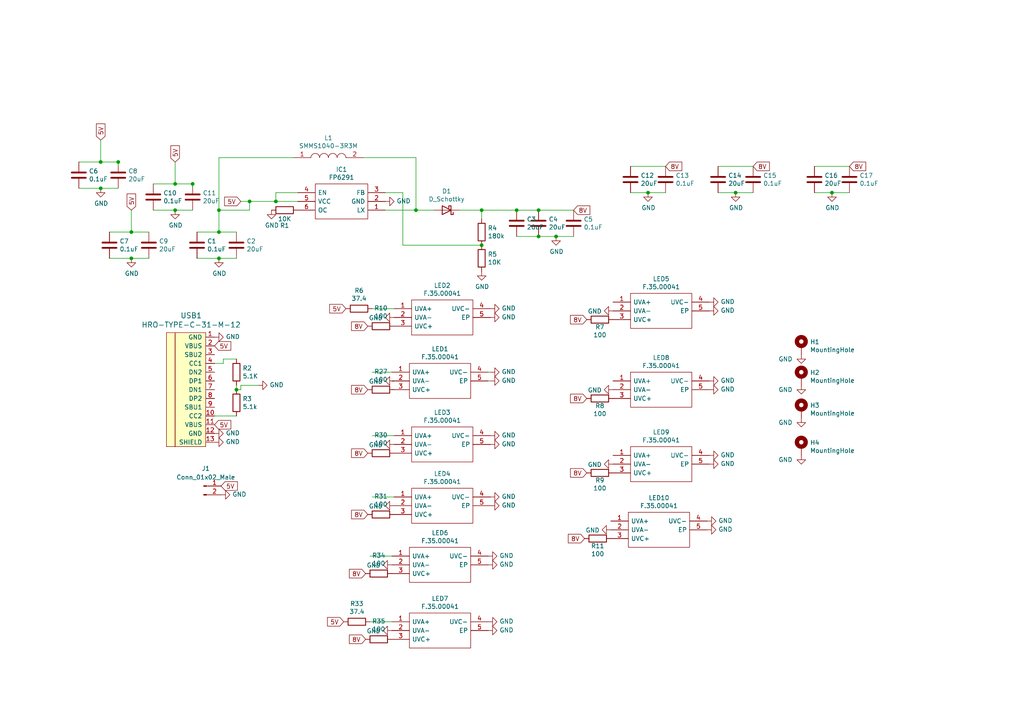
<source format=kicad_sch>
(kicad_sch (version 20211123) (generator eeschema)
  (paper "A4")
  (lib_symbols
    (symbol "Connector:Conn_01x02_Male" (pin_names (offset 1.016) hide)
      (property "Reference" "J" (at 0 2.54 0))
      (property "Value" "Conn_01x02_Male" (at 0 -5.08 0))
      (symbol "Conn_01x02_Male_1_1"
        (polyline (pts (xy 1.27 -2.54) (xy 0.8636 -2.54)) (stroke (width 0.1524)))
        (polyline (pts (xy 1.27 0) (xy 0.8636 0)) (stroke (width 0.1524)))
        (rectangle (start 0.8636 -2.413) (end 0 -2.667) (stroke (width 0.1524)) (fill (type outline)))
        (rectangle (start 0.8636 0.127) (end 0 -0.127) (stroke (width 0.1524)) (fill (type outline)))
        (pin passive line (at 5.08 0 180) (length 3.81) (name "Pin_1") (number "1"))
        (pin passive line (at 5.08 -2.54 180) (length 3.81) (name "Pin_2") (number "2"))
      )
    )
    (symbol "Device:C" (pin_numbers hide) (pin_names (offset 0.254))
      (property "Reference" "C" (at 0.635 2.54 0))
      (property "Value" "C" (at 0.635 -2.54 0))
      (symbol "C_0_1"
        (polyline (pts (xy -2.032 -0.762) (xy 2.032 -0.762)) (stroke (width 0.508)))
        (polyline (pts (xy -2.032 0.762) (xy 2.032 0.762)) (stroke (width 0.508)))
      )
      (symbol "C_1_1"
        (pin passive line (at 0 3.81 270) (length 2.794) (name "~") (number "1"))
        (pin passive line (at 0 -3.81 90) (length 2.794) (name "~") (number "2"))
      )
    )
    (symbol "Device:D_Schottky" (pin_numbers hide) (pin_names (offset 1.016) hide)
      (property "Reference" "D" (at 0 2.54 0))
      (property "Value" "D_Schottky" (at 0 -2.54 0))
      (symbol "D_Schottky_0_1"
        (polyline (pts (xy 1.27 0) (xy -1.27 0)))
        (polyline (pts (xy 1.27 1.27) (xy 1.27 -1.27) (xy -1.27 0) (xy 1.27 1.27)) (stroke (width 0.254)))
        (polyline (pts (xy -1.905 0.635) (xy -1.905 1.27) (xy -1.27 1.27) (xy -1.27 -1.27) (xy -0.635 -1.27) (xy -0.635 -0.635)) (stroke (width 0.254)))
      )
      (symbol "D_Schottky_1_1"
        (pin passive line (at -3.81 0 0) (length 2.54) (name "K") (number "1"))
        (pin passive line (at 3.81 0 180) (length 2.54) (name "A") (number "2"))
      )
    )
    (symbol "Device:R" (pin_numbers hide) (pin_names (offset 0))
      (property "Reference" "R" (at 2.032 0 90))
      (property "Value" "R" (at 0 0 90))
      (symbol "R_0_1"
        (rectangle (start -1.016 -2.54) (end 1.016 2.54) (stroke (width 0.254)))
      )
      (symbol "R_1_1"
        (pin passive line (at 0 3.81 270) (length 1.27) (name "~") (number "1"))
        (pin passive line (at 0 -3.81 90) (length 1.27) (name "~") (number "2"))
      )
    )
    (symbol "Mechanical:MountingHole_Pad" (pin_numbers hide) (pin_names (offset 1.016) hide)
      (property "Reference" "H" (at 0 6.35 0))
      (property "Value" "MountingHole_Pad" (at 0 4.445 0))
      (symbol "MountingHole_Pad_0_1"
        (circle (center 0 1.27) (radius 1.27) (stroke (width 1.27)))
      )
      (symbol "MountingHole_Pad_1_1"
        (pin input line (at 0 -2.54 90) (length 2.54) (name "1") (number "1"))
      )
    )
    (symbol "SamacSys_Parts:F.35.00041" (pin_names (offset 0.762))
      (property "Reference" "LED" (at 24.13 7.62 0))
      (property "Value" "F.35.00041" (at 24.13 5.08 0))
      (symbol "F.35.00041_0_0"
        (pin passive line (at 0 0 0) (length 5.08) (name "UVA+") (number "1"))
        (pin passive line (at 0 -2.54 0) (length 5.08) (name "UVA-") (number "2"))
        (pin passive line (at 0 -5.08 0) (length 5.08) (name "UVC+") (number "3"))
        (pin passive line (at 27.94 0 180) (length 5.08) (name "UVC-") (number "4"))
        (pin passive line (at 27.94 -2.54 180) (length 5.08) (name "EP") (number "5"))
      )
      (symbol "F.35.00041_0_1"
        (polyline (pts (xy 5.08 2.54) (xy 22.86 2.54) (xy 22.86 -7.62) (xy 5.08 -7.62) (xy 5.08 2.54)) (stroke (width 0.1524)))
      )
    )
    (symbol "Sterilization-stick-rescue:FP6291-SamacSys_Parts" (pin_names (offset 0.762))
      (property "Reference" "IC" (at 21.59 7.62 0))
      (property "Value" "FP6291-SamacSys_Parts" (at 21.59 5.08 0))
      (symbol "FP6291-SamacSys_Parts_0_0"
        (pin passive line (at 0 0 0) (length 5.08) (name "LX") (number "1"))
        (pin passive line (at 0 -2.54 0) (length 5.08) (name "GND") (number "2"))
        (pin passive line (at 0 -5.08 0) (length 5.08) (name "FB") (number "3"))
        (pin passive line (at 25.4 -5.08 180) (length 5.08) (name "EN") (number "4"))
        (pin passive line (at 25.4 -2.54 180) (length 5.08) (name "VCC") (number "5"))
        (pin passive line (at 25.4 0 180) (length 5.08) (name "OC") (number "6"))
      )
      (symbol "FP6291-SamacSys_Parts_0_1"
        (polyline (pts (xy 5.08 2.54) (xy 20.32 2.54) (xy 20.32 -7.62) (xy 5.08 -7.62) (xy 5.08 2.54)) (stroke (width 0.1524)))
      )
    )
    (symbol "Sterilization-stick-rescue:HRO-TYPE-C-31-M-12-Type-C" (pin_names (offset 1.016))
      (property "Reference" "USB" (at -5.08 16.51 0))
      (property "Value" "HRO-TYPE-C-31-M-12-Type-C" (at -10.16 -1.27 90))
      (symbol "HRO-TYPE-C-31-M-12-Type-C_0_1"
        (rectangle (start -11.43 15.24) (end -8.89 -17.78) (fill (type background)))
        (rectangle (start 0 -17.78) (end -8.89 15.24) (fill (type background)))
      )
      (symbol "HRO-TYPE-C-31-M-12-Type-C_1_1"
        (pin input line (at 2.54 13.97 180) (length 2.54) (name "GND") (number "1"))
        (pin input line (at 2.54 -8.89 180) (length 2.54) (name "CC2") (number "10"))
        (pin input line (at 2.54 -11.43 180) (length 2.54) (name "VBUS") (number "11"))
        (pin input line (at 2.54 -13.97 180) (length 2.54) (name "GND") (number "12"))
        (pin input line (at 2.54 -16.51 180) (length 2.54) (name "SHIELD") (number "13"))
        (pin input line (at 2.54 11.43 180) (length 2.54) (name "VBUS") (number "2"))
        (pin input line (at 2.54 8.89 180) (length 2.54) (name "SBU2") (number "3"))
        (pin input line (at 2.54 6.35 180) (length 2.54) (name "CC1") (number "4"))
        (pin input line (at 2.54 3.81 180) (length 2.54) (name "DN2") (number "5"))
        (pin input line (at 2.54 1.27 180) (length 2.54) (name "DP1") (number "6"))
        (pin input line (at 2.54 -1.27 180) (length 2.54) (name "DN1") (number "7"))
        (pin input line (at 2.54 -3.81 180) (length 2.54) (name "DP2") (number "8"))
        (pin input line (at 2.54 -6.35 180) (length 2.54) (name "SBU1") (number "9"))
      )
    )
    (symbol "Sterilization-stick-rescue:SMMS1040-3R3M-SamacSys_Parts" (pin_names (offset 0.762))
      (property "Reference" "L" (at 16.51 6.35 0))
      (property "Value" "SMMS1040-3R3M-SamacSys_Parts" (at 16.51 3.81 0))
      (symbol "SMMS1040-3R3M-SamacSys_Parts_0_0"
        (pin passive line (at 0 0 0) (length 5.08) (name "~") (number "1"))
        (pin passive line (at 20.32 0 180) (length 5.08) (name "~") (number "2"))
      )
      (symbol "SMMS1040-3R3M-SamacSys_Parts_0_1"
        (arc (start 7.62 0) (mid 6.35 1.2202) (end 5.08 0) (stroke (width 0.1524)))
        (arc (start 10.16 0) (mid 8.89 1.2202) (end 7.62 0) (stroke (width 0.1524)))
        (arc (start 12.7 0) (mid 11.43 1.2202) (end 10.16 0) (stroke (width 0.1524)))
        (arc (start 15.24 0) (mid 13.97 1.2202) (end 12.7 0) (stroke (width 0.1524)))
      )
    )
    (symbol "power:GND" (power) (pin_names (offset 0))
      (property "Value" "GND" (at 0 -3.81 0))
      (symbol "GND_0_1"
        (polyline (pts (xy 0 0) (xy 0 -1.27) (xy 1.27 -1.27) (xy 0 -2.54) (xy -1.27 -1.27) (xy 0 -1.27)))
      )
      (symbol "GND_1_1"
        (pin power_in line (at 0 0 270) (length 0) hide (name "GND") (number "1"))
      )
    )
  )
  (junction (at 63.5 74.93))
  (junction (at 29.21 46.99))
  (junction (at 139.7 60.96))
  (junction (at 34.29 46.99))
  (junction (at 120.65 60.96))
  (junction (at 241.3 55.88))
  (junction (at 187.96 55.88))
  (junction (at 38.1 74.93))
  (junction (at 55.88 53.34))
  (junction (at 80.01 58.42))
  (junction (at 149.86 60.96))
  (junction (at 161.29 68.58))
  (junction (at 68.58 113.03))
  (junction (at 63.5 67.31))
  (junction (at 139.7 71.12))
  (junction (at 213.36 55.88))
  (junction (at 72.39 58.42))
  (junction (at 50.8 60.96))
  (junction (at 63.5 60.96))
  (junction (at 156.21 68.58))
  (junction (at 156.21 60.96))
  (junction (at 38.1 67.31))
  (junction (at 29.21 54.61))
  (junction (at 50.8 53.34))
  (wire (pts (xy 139.7 60.96) (xy 149.86 60.96)))
  (wire (pts (xy 208.28 55.88) (xy 213.36 55.88)))
  (wire (pts (xy 139.7 71.12) (xy 116.84 71.12)))
  (wire (pts (xy 161.29 68.58) (xy 166.37 68.58)))
  (wire (pts (xy 120.65 60.96) (xy 111.76 60.96)))
  (wire (pts (xy 50.8 53.34) (xy 55.88 53.34)))
  (wire (pts (xy 64.77 105.41) (xy 62.23 105.41)))
  (wire (pts (xy 22.86 46.99) (xy 29.21 46.99)))
  (wire (pts (xy 68.58 111.76) (xy 68.58 113.03)))
  (wire (pts (xy 182.88 55.88) (xy 187.96 55.88)))
  (wire (pts (xy 63.5 60.96) (xy 72.39 60.96)))
  (wire (pts (xy 80.01 58.42) (xy 80.01 55.88)))
  (wire (pts (xy 116.84 71.12) (xy 116.84 55.88)))
  (wire (pts (xy 63.5 74.93) (xy 57.15 74.93)))
  (wire (pts (xy 72.39 58.42) (xy 69.85 58.42)))
  (wire (pts (xy 34.29 54.61) (xy 29.21 54.61)))
  (wire (pts (xy 68.58 74.93) (xy 63.5 74.93)))
  (wire (pts (xy 139.7 60.96) (xy 133.35 60.96)))
  (wire (pts (xy 141.605 107.95) (xy 142.24 107.95)))
  (wire (pts (xy 38.1 74.93) (xy 31.75 74.93)))
  (wire (pts (xy 34.29 48.26) (xy 34.29 46.99)))
  (wire (pts (xy 105.41 45.72) (xy 120.65 45.72)))
  (wire (pts (xy 125.73 60.96) (xy 120.65 60.96)))
  (wire (pts (xy 69.85 111.76) (xy 69.85 113.03)))
  (wire (pts (xy 63.5 67.31) (xy 68.58 67.31)))
  (wire (pts (xy 63.5 45.72) (xy 63.5 60.96)))
  (wire (pts (xy 38.1 60.96) (xy 38.1 67.31)))
  (wire (pts (xy 116.84 55.88) (xy 111.76 55.88)))
  (wire (pts (xy 29.21 54.61) (xy 22.86 54.61)))
  (wire (pts (xy 107.315 161.29) (xy 113.665 161.29)))
  (wire (pts (xy 44.45 53.34) (xy 50.8 53.34)))
  (wire (pts (xy 141.605 110.49) (xy 142.24 110.49)))
  (wire (pts (xy 50.8 60.96) (xy 44.45 60.96)))
  (wire (pts (xy 187.96 55.88) (xy 193.04 55.88)))
  (wire (pts (xy 69.85 113.03) (xy 68.58 113.03)))
  (wire (pts (xy 139.7 63.5) (xy 139.7 60.96)))
  (wire (pts (xy 236.22 55.88) (xy 241.3 55.88)))
  (wire (pts (xy 29.21 46.99) (xy 34.29 46.99)))
  (wire (pts (xy 86.36 58.42) (xy 80.01 58.42)))
  (wire (pts (xy 86.36 55.88) (xy 80.01 55.88)))
  (wire (pts (xy 236.22 48.26) (xy 246.38 48.26)))
  (wire (pts (xy 208.28 48.26) (xy 218.44 48.26)))
  (wire (pts (xy 241.3 55.88) (xy 246.38 55.88)))
  (wire (pts (xy 63.5 60.96) (xy 63.5 67.31)))
  (wire (pts (xy 55.88 54.61) (xy 55.88 53.34)))
  (wire (pts (xy 38.1 67.31) (xy 43.18 67.31)))
  (wire (pts (xy 107.95 89.535) (xy 114.3 89.535)))
  (wire (pts (xy 43.18 74.93) (xy 38.1 74.93)))
  (wire (pts (xy 64.77 104.14) (xy 64.77 105.41)))
  (wire (pts (xy 50.8 46.99) (xy 50.8 53.34)))
  (wire (pts (xy 156.21 68.58) (xy 161.29 68.58)))
  (wire (pts (xy 85.09 45.72) (xy 63.5 45.72)))
  (wire (pts (xy 68.58 104.14) (xy 64.77 104.14)))
  (wire (pts (xy 57.15 67.31) (xy 63.5 67.31)))
  (wire (pts (xy 113.665 113.03) (xy 114.3 113.03)))
  (wire (pts (xy 55.88 60.96) (xy 50.8 60.96)))
  (wire (pts (xy 113.665 110.49) (xy 114.3 110.49)))
  (wire (pts (xy 31.75 67.31) (xy 38.1 67.31)))
  (wire (pts (xy 107.95 126.365) (xy 114.3 126.365)))
  (wire (pts (xy 107.95 107.95) (xy 113.665 107.95)))
  (wire (pts (xy 149.86 60.96) (xy 156.21 60.96)))
  (wire (pts (xy 80.01 58.42) (xy 72.39 58.42)))
  (wire (pts (xy 149.86 68.58) (xy 156.21 68.58)))
  (wire (pts (xy 213.36 55.88) (xy 218.44 55.88)))
  (wire (pts (xy 68.58 120.65) (xy 62.23 120.65)))
  (wire (pts (xy 107.95 144.145) (xy 114.3 144.145)))
  (wire (pts (xy 156.21 60.96) (xy 166.37 60.96)))
  (wire (pts (xy 107.315 180.34) (xy 113.665 180.34)))
  (wire (pts (xy 29.21 40.64) (xy 29.21 46.99)))
  (wire (pts (xy 182.88 48.26) (xy 193.04 48.26)))
  (wire (pts (xy 74.93 111.76) (xy 69.85 111.76)))
  (wire (pts (xy 120.65 45.72) (xy 120.65 60.96)))
  (wire (pts (xy 72.39 60.96) (xy 72.39 58.42)))
  (global_label "8V" (shape input) (at 166.37 60.96 0) (property "Intersheet References" "${INTERSHEET_REFS}" (effects hide)))
  (global_label "8V" (shape input) (at 170.18 137.16 180) (property "Intersheet References" "${INTERSHEET_REFS}" (effects hide)))
  (global_label "8V" (shape input) (at 169.545 156.21 180) (property "Intersheet References" "${INTERSHEET_REFS}" (effects hide)))
  (global_label "8V" (shape input) (at 193.04 48.26 0) (property "Intersheet References" "${INTERSHEET_REFS}" (effects hide)))
  (global_label "8V" (shape input) (at 106.68 149.225 180) (property "Intersheet References" "${INTERSHEET_REFS}" (effects hide)))
  (global_label "8V" (shape input) (at 106.045 185.42 180) (property "Intersheet References" "${INTERSHEET_REFS}" (effects hide)))
  (global_label "5V" (shape input) (at 64.135 140.97 0) (property "Intersheet References" "${INTERSHEET_REFS}" (effects hide)))
  (global_label "8V" (shape input) (at 170.18 115.57 180) (property "Intersheet References" "${INTERSHEET_REFS}" (effects hide)))
  (global_label "8V" (shape input) (at 106.68 113.03 180) (property "Intersheet References" "${INTERSHEET_REFS}" (effects hide)))
  (global_label "5V" (shape input) (at 99.695 180.34 180) (property "Intersheet References" "${INTERSHEET_REFS}" (effects hide)))
  (global_label "8V" (shape input) (at 106.68 94.615 180) (property "Intersheet References" "${INTERSHEET_REFS}" (effects hide)))
  (global_label "5V" (shape input) (at 38.1 60.96 90) (property "Intersheet References" "${INTERSHEET_REFS}" (effects hide)))
  (global_label "8V" (shape input) (at 218.44 48.26 0) (property "Intersheet References" "${INTERSHEET_REFS}" (effects hide)))
  (global_label "5V" (shape input) (at 69.85 58.42 180) (property "Intersheet References" "${INTERSHEET_REFS}" (effects hide)))
  (global_label "5V" (shape input) (at 62.23 123.19 0) (property "Intersheet References" "${INTERSHEET_REFS}" (effects hide)))
  (global_label "5V" (shape input) (at 62.23 100.33 0) (property "Intersheet References" "${INTERSHEET_REFS}" (effects hide)))
  (global_label "8V" (shape input) (at 246.38 48.26 0) (property "Intersheet References" "${INTERSHEET_REFS}" (effects hide)))
  (global_label "8V" (shape input) (at 170.18 92.71 180) (property "Intersheet References" "${INTERSHEET_REFS}" (effects hide)))
  (global_label "5V" (shape input) (at 100.33 89.535 180) (property "Intersheet References" "${INTERSHEET_REFS}" (effects hide)))
  (global_label "8V" (shape input) (at 106.68 131.445 180) (property "Intersheet References" "${INTERSHEET_REFS}" (effects hide)))
  (global_label "5V" (shape input) (at 29.21 40.64 90) (property "Intersheet References" "${INTERSHEET_REFS}" (effects hide)))
  (global_label "5V" (shape input) (at 50.8 46.99 90) (property "Intersheet References" "${INTERSHEET_REFS}" (effects hide)))
  (global_label "8V" (shape input) (at 106.045 166.37 180) (property "Intersheet References" "${INTERSHEET_REFS}" (effects hide)))
  (symbol (lib_id "Sterilization-stick-rescue:HRO-TYPE-C-31-M-12-Type-C") (at 59.69 111.76 0) (unit 1)
    (property "Reference" "USB1" (at 55.4482 91.5162 0) (effects (font (size 1.524 1.524))))
    (property "Value" "HRO-TYPE-C-31-M-12" (at 55.4482 94.2086 0) (effects (font (size 1.524 1.524))))
    (property "Footprint" "Type-C:HRO-TYPE-C-31-M-12-HandSoldering" (effects hide))
  )
  (symbol (lib_id "Sterilization-stick-rescue:FP6291-SamacSys_Parts") (at 111.76 60.96 180) (unit 1)
    (property "Reference" "IC1" (at 99.06 49.149 0))
    (property "Value" "FP6291" (at 99.06 51.4604 0))
    (property "Footprint" "SOT95P280X145-6N" (effects hide))
    (property "Datasheet" "https://www.sunrom.com/get/212221" (effects hide))
    (property "Description" "sot23-6l" (effects hide))
    (property "Height" "1.45" (effects hide))
    (property "Manufacturer_Name" "Macroblock" (effects hide))
    (property "Manufacturer_Part_Number" "FP6291" (effects hide))
    (property "LCSC Part" "C18701" (effects hide))
  )
  (symbol (lib_id "Device:C") (at 68.58 71.12 0) (unit 1)
    (property "Reference" "C2" (at 71.501 69.9516 0) (effects (justify left)))
    (property "Value" "20uF" (at 71.501 72.263 0) (effects (justify left)))
    (property "Footprint" "Capacitor_SMD:C_0805_2012Metric_Pad1.15x1.40mm_HandSolder" (effects hide))
    (property "LCSC Part" "C45783" (effects hide))
  )
  (symbol (lib_id "Device:C") (at 57.15 71.12 0) (unit 1)
    (property "Reference" "C1" (at 60.071 69.9516 0) (effects (justify left)))
    (property "Value" "0.1uF" (at 60.071 72.263 0) (effects (justify left)))
    (property "Footprint" "Capacitor_SMD:C_0603_1608Metric" (effects hide))
    (property "LCSC Part" " C14663" (effects hide))
  )
  (symbol (lib_id "Device:R") (at 82.55 60.96 270) (unit 1)
    (property "Reference" "R1" (at 82.55 65.405 90))
    (property "Value" "10K" (at 82.55 63.5 90))
    (property "Footprint" "Resistor_SMD:R_0402_1005Metric" (effects hide))
    (property "LCSC Part" " C25744" (effects hide))
  )
  (symbol (lib_id "power:GND") (at 78.74 60.96 0) (unit 1)
    (property "Reference" "#PWR0101" (effects hide))
    (property "Value" "GND" (at 78.867 65.3542 0))
  )
  (symbol (lib_id "power:GND") (at 63.5 74.93 0) (unit 1)
    (property "Reference" "#PWR0102" (effects hide))
    (property "Value" "GND" (at 63.627 79.3242 0))
  )
  (symbol (lib_id "Sterilization-stick-rescue:SMMS1040-3R3M-SamacSys_Parts") (at 85.09 45.72 0) (unit 1)
    (property "Reference" "L1" (at 95.25 40.005 0))
    (property "Value" "SMMS1040-3R3M" (at 95.25 42.3164 0))
    (property "Footprint" "INDPM115100X400N" (effects hide))
    (property "Datasheet" "https://datasheet.lcsc.com/szlcsc/1810010909_SXN-Shun-Xiang-Nuo-Elec-SMMS1040-3R3M_C149592.pdf" (effects hide))
    (property "Description" "MOLDING POWER INDUCTOR" (effects hide))
    (property "Height" "4" (effects hide))
    (property "Manufacturer_Name" "SXN(Shun Xiang Nuo Elec)" (effects hide))
    (property "Manufacturer_Part_Number" "SMMS1040-3R3M" (effects hide))
    (property "LCSC Part" " C149592" (effects hide))
  )
  (symbol (lib_id "power:GND") (at 111.76 58.42 90) (unit 1)
    (property "Reference" "#PWR0103" (effects hide))
    (property "Value" "GND" (at 115.0112 58.293 90) (effects (justify right)))
  )
  (symbol (lib_id "Device:R") (at 139.7 67.31 180) (unit 1)
    (property "Reference" "R4" (at 141.478 66.1416 0) (effects (justify right)))
    (property "Value" "180k" (at 141.478 68.453 0) (effects (justify right)))
    (property "Footprint" "Resistor_SMD:R_0603_1608Metric" (effects hide))
    (property "LCSC Part" " C22932" (effects hide))
  )
  (symbol (lib_id "Device:R") (at 139.7 74.93 180) (unit 1)
    (property "Reference" "R5" (at 141.478 73.7616 0) (effects (justify right)))
    (property "Value" "10K" (at 141.478 76.073 0) (effects (justify right)))
    (property "Footprint" "Resistor_SMD:R_0603_1608Metric_Pad0.98x0.95mm_HandSolder" (effects hide))
    (property "LCSC Part" " C25744" (effects hide))
  )
  (symbol (lib_id "Device:D_Schottky") (at 129.54 60.96 180) (unit 1)
    (property "Reference" "D1" (at 129.54 55.4482 0))
    (property "Value" "D_Schottky" (at 129.54 57.7596 0))
    (property "Footprint" "Diode_SMD:D_SMA" (effects hide))
    (property "Datasheet" "SMA340A" (effects hide))
    (property "LCSC Part" " C383313" (effects hide))
  )
  (symbol (lib_id "power:GND") (at 139.7 78.74 0) (unit 1)
    (property "Reference" "#PWR0104" (effects hide))
    (property "Value" "GND" (at 139.827 83.1342 0))
  )
  (symbol (lib_id "Device:C") (at 156.21 64.77 0) (unit 1)
    (property "Reference" "C4" (at 159.131 63.6016 0) (effects (justify left)))
    (property "Value" "20uF" (at 159.131 65.913 0) (effects (justify left)))
    (property "Footprint" "Capacitor_SMD:C_0805_2012Metric_Pad1.15x1.40mm_HandSolder" (effects hide))
    (property "LCSC Part" "C45783" (effects hide))
  )
  (symbol (lib_id "Device:C") (at 166.37 64.77 0) (unit 1)
    (property "Reference" "C5" (at 169.291 63.6016 0) (effects (justify left)))
    (property "Value" "0.1uF" (at 169.291 65.913 0) (effects (justify left)))
    (property "Footprint" "Capacitor_SMD:C_0603_1608Metric" (effects hide))
    (property "LCSC Part" " C14663" (effects hide))
  )
  (symbol (lib_id "power:GND") (at 161.29 68.58 0) (unit 1)
    (property "Reference" "#PWR0105" (effects hide))
    (property "Value" "GND" (at 161.417 72.9742 0))
  )
  (symbol (lib_id "Device:R") (at 68.58 107.95 180) (unit 1)
    (property "Reference" "R2" (at 70.358 106.7816 0) (effects (justify right)))
    (property "Value" "5.1K" (at 70.358 109.093 0) (effects (justify right)))
    (property "Footprint" "Resistor_SMD:R_0402_1005Metric" (effects hide))
    (property "LCSC Part" "C25905" (effects hide))
  )
  (symbol (lib_id "Device:R") (at 68.58 116.84 180) (unit 1)
    (property "Reference" "R3" (at 70.358 115.6716 0) (effects (justify right)))
    (property "Value" "5.1k" (at 70.358 117.983 0) (effects (justify right)))
    (property "Footprint" "Resistor_SMD:R_0402_1005Metric" (effects hide))
    (property "LCSC Part" "C25905" (effects hide))
  )
  (symbol (lib_id "power:GND") (at 74.93 111.76 90) (unit 1)
    (property "Reference" "#PWR0106" (effects hide))
    (property "Value" "GND" (at 78.1812 111.633 90) (effects (justify right)))
  )
  (symbol (lib_id "power:GND") (at 62.23 128.27 90) (unit 1)
    (property "Reference" "#PWR0107" (effects hide))
    (property "Value" "GND" (at 65.4812 128.143 90) (effects (justify right)))
  )
  (symbol (lib_id "power:GND") (at 62.23 125.73 90) (unit 1)
    (property "Reference" "#PWR0108" (effects hide))
    (property "Value" "GND" (at 65.4812 125.603 90) (effects (justify right)))
  )
  (symbol (lib_id "power:GND") (at 62.23 97.79 90) (unit 1)
    (property "Reference" "#PWR0109" (effects hide))
    (property "Value" "GND" (at 65.4812 97.663 90) (effects (justify right)))
  )
  (symbol (lib_id "Device:C") (at 149.86 64.77 0) (unit 1)
    (property "Reference" "C3" (at 152.781 63.6016 0) (effects (justify left)))
    (property "Value" "20uF" (at 152.781 65.913 0) (effects (justify left)))
    (property "Footprint" "Capacitor_SMD:C_0805_2012Metric_Pad1.15x1.40mm_HandSolder" (effects hide))
    (property "LCSC Part" "C45783" (effects hide))
  )
  (symbol (lib_id "Device:R") (at 110.49 94.615 90) (unit 1)
    (property "Reference" "R10" (at 110.49 89.3572 90))
    (property "Value" "100" (at 110.49 91.6686 90))
    (property "Footprint" "Resistor_SMD:R_1206_3216Metric" (effects hide))
    (property "LCSC Part" " C17901" (effects hide))
  )
  (symbol (lib_id "power:GND") (at 142.24 89.535 90) (unit 1)
    (property "Reference" "#PWR0110" (effects hide))
    (property "Value" "GND" (at 145.4912 89.408 90) (effects (justify right)))
  )
  (symbol (lib_id "Device:R") (at 104.14 89.535 90) (unit 1)
    (property "Reference" "R6" (at 104.14 84.2772 90))
    (property "Value" "37.4" (at 104.14 86.5886 90))
    (property "Footprint" "Resistor_SMD:R_1206_3216Metric" (effects hide))
    (property "LCSC Part" "C247280" (effects hide))
  )
  (symbol (lib_id "power:GND") (at 114.3 92.075 270) (unit 1)
    (property "Reference" "#PWR0111" (effects hide))
    (property "Value" "GND" (at 111.0488 92.202 90) (effects (justify right)))
  )
  (symbol (lib_id "Device:C") (at 43.18 71.12 0) (unit 1)
    (property "Reference" "C9" (at 46.101 69.9516 0) (effects (justify left)))
    (property "Value" "20uF" (at 46.101 72.263 0) (effects (justify left)))
    (property "Footprint" "Capacitor_SMD:C_0805_2012Metric_Pad1.15x1.40mm_HandSolder" (effects hide))
    (property "LCSC Part" "C45783" (effects hide))
  )
  (symbol (lib_id "Device:C") (at 31.75 71.12 0) (unit 1)
    (property "Reference" "C7" (at 34.671 69.9516 0) (effects (justify left)))
    (property "Value" "0.1uF" (at 34.671 72.263 0) (effects (justify left)))
    (property "Footprint" "Capacitor_SMD:C_0603_1608Metric" (effects hide))
    (property "LCSC Part" " C14663" (effects hide))
  )
  (symbol (lib_id "power:GND") (at 38.1 74.93 0) (unit 1)
    (property "Reference" "#PWR0128" (effects hide))
    (property "Value" "GND" (at 38.227 79.3242 0))
  )
  (symbol (lib_id "Device:C") (at 55.88 57.15 0) (unit 1)
    (property "Reference" "C11" (at 58.801 55.9816 0) (effects (justify left)))
    (property "Value" "20uF" (at 58.801 58.293 0) (effects (justify left)))
    (property "Footprint" "Capacitor_SMD:C_0805_2012Metric_Pad1.15x1.40mm_HandSolder" (effects hide))
    (property "LCSC Part" "C45783" (effects hide))
  )
  (symbol (lib_id "Device:C") (at 44.45 57.15 0) (unit 1)
    (property "Reference" "C10" (at 47.371 55.9816 0) (effects (justify left)))
    (property "Value" "0.1uF" (at 47.371 58.293 0) (effects (justify left)))
    (property "Footprint" "Capacitor_SMD:C_0603_1608Metric" (effects hide))
    (property "LCSC Part" " C14663" (effects hide))
  )
  (symbol (lib_id "power:GND") (at 50.8 60.96 0) (unit 1)
    (property "Reference" "#PWR0129" (effects hide))
    (property "Value" "GND" (at 50.927 65.3542 0))
  )
  (symbol (lib_id "Device:C") (at 34.29 50.8 0) (unit 1)
    (property "Reference" "C8" (at 37.211 49.6316 0) (effects (justify left)))
    (property "Value" "20uF" (at 37.211 51.943 0) (effects (justify left)))
    (property "Footprint" "Capacitor_SMD:C_0805_2012Metric_Pad1.15x1.40mm_HandSolder" (effects hide))
    (property "LCSC Part" "C45783" (effects hide))
  )
  (symbol (lib_id "Device:C") (at 22.86 50.8 0) (unit 1)
    (property "Reference" "C6" (at 25.781 49.6316 0) (effects (justify left)))
    (property "Value" "0.1uF" (at 25.781 51.943 0) (effects (justify left)))
    (property "Footprint" "Capacitor_SMD:C_0603_1608Metric" (effects hide))
    (property "LCSC Part" " C14663" (effects hide))
  )
  (symbol (lib_id "power:GND") (at 29.21 54.61 0) (unit 1)
    (property "Reference" "#PWR0130" (effects hide))
    (property "Value" "GND" (at 29.337 59.0042 0))
  )
  (symbol (lib_id "Device:C") (at 182.88 52.07 0) (unit 1)
    (property "Reference" "C12" (at 185.801 50.9016 0) (effects (justify left)))
    (property "Value" "20uF" (at 185.801 53.213 0) (effects (justify left)))
    (property "Footprint" "Capacitor_SMD:C_0805_2012Metric_Pad1.15x1.40mm_HandSolder" (effects hide))
    (property "LCSC Part" "C45783" (effects hide))
  )
  (symbol (lib_id "Device:C") (at 193.04 52.07 0) (unit 1)
    (property "Reference" "C13" (at 195.961 50.9016 0) (effects (justify left)))
    (property "Value" "0.1uF" (at 195.961 53.213 0) (effects (justify left)))
    (property "Footprint" "Capacitor_SMD:C_0603_1608Metric" (effects hide))
    (property "LCSC Part" " C14663" (effects hide))
  )
  (symbol (lib_id "power:GND") (at 187.96 55.88 0) (unit 1)
    (property "Reference" "#PWR0131" (effects hide))
    (property "Value" "GND" (at 188.087 60.2742 0))
  )
  (symbol (lib_id "Device:C") (at 208.28 52.07 0) (unit 1)
    (property "Reference" "C14" (at 211.201 50.9016 0) (effects (justify left)))
    (property "Value" "20uF" (at 211.201 53.213 0) (effects (justify left)))
    (property "Footprint" "Capacitor_SMD:C_0805_2012Metric_Pad1.15x1.40mm_HandSolder" (effects hide))
    (property "LCSC Part" "C45783" (effects hide))
  )
  (symbol (lib_id "Device:C") (at 218.44 52.07 0) (unit 1)
    (property "Reference" "C15" (at 221.361 50.9016 0) (effects (justify left)))
    (property "Value" "0.1uF" (at 221.361 53.213 0) (effects (justify left)))
    (property "Footprint" "Capacitor_SMD:C_0603_1608Metric" (effects hide))
    (property "LCSC Part" " C14663" (effects hide))
  )
  (symbol (lib_id "power:GND") (at 213.36 55.88 0) (unit 1)
    (property "Reference" "#PWR0132" (effects hide))
    (property "Value" "GND" (at 213.487 60.2742 0))
  )
  (symbol (lib_id "Device:C") (at 236.22 52.07 0) (unit 1)
    (property "Reference" "C16" (at 239.141 50.9016 0) (effects (justify left)))
    (property "Value" "20uF" (at 239.141 53.213 0) (effects (justify left)))
    (property "Footprint" "Capacitor_SMD:C_0805_2012Metric_Pad1.15x1.40mm_HandSolder" (effects hide))
    (property "LCSC Part" "C45783" (effects hide))
  )
  (symbol (lib_id "Device:C") (at 246.38 52.07 0) (unit 1)
    (property "Reference" "C17" (at 249.301 50.9016 0) (effects (justify left)))
    (property "Value" "0.1uF" (at 249.301 53.213 0) (effects (justify left)))
    (property "Footprint" "Capacitor_SMD:C_0603_1608Metric" (effects hide))
    (property "LCSC Part" " C14663" (effects hide))
  )
  (symbol (lib_id "power:GND") (at 241.3 55.88 0) (unit 1)
    (property "Reference" "#PWR0133" (effects hide))
    (property "Value" "GND" (at 241.427 60.2742 0))
  )
  (symbol (lib_id "Device:R") (at 110.49 113.03 90) (unit 1)
    (property "Reference" "R27" (at 110.49 107.7722 90))
    (property "Value" "100" (at 110.49 110.0836 90))
    (property "Footprint" "Resistor_SMD:R_1206_3216Metric" (effects hide))
    (property "LCSC Part" " C17901" (effects hide))
  )
  (symbol (lib_id "power:GND") (at 142.24 107.95 90) (unit 1)
    (property "Reference" "#PWR0136" (effects hide))
    (property "Value" "GND" (at 145.4912 107.823 90) (effects (justify right)))
  )
  (symbol (lib_id "power:GND") (at 114.3 110.49 270) (unit 1)
    (property "Reference" "#PWR0137" (effects hide))
    (property "Value" "GND" (at 111.0488 110.617 90) (effects (justify right)))
  )
  (symbol (lib_id "power:GND") (at 142.24 92.075 90) (unit 1)
    (property "Reference" "#PWR0138" (effects hide))
    (property "Value" "GND" (at 145.4912 91.948 90) (effects (justify right)))
  )
  (symbol (lib_id "power:GND") (at 142.24 110.49 90) (unit 1)
    (property "Reference" "#PWR0139" (effects hide))
    (property "Value" "GND" (at 145.4912 110.363 90) (effects (justify right)))
  )
  (symbol (lib_id "Mechanical:MountingHole_Pad") (at 232.41 129.54 0) (unit 1)
    (property "Reference" "H4" (at 234.95 128.3716 0) (effects (justify left)))
    (property "Value" "MountingHole" (at 234.95 130.683 0) (effects (justify left)))
    (property "Footprint" "MountingHole:MountingHole_4.3mm_M4_DIN965_Pad" (effects hide))
  )
  (symbol (lib_id "Mechanical:MountingHole_Pad") (at 232.41 118.745 0) (unit 1)
    (property "Reference" "H3" (at 234.95 117.5766 0) (effects (justify left)))
    (property "Value" "MountingHole" (at 234.95 119.888 0) (effects (justify left)))
    (property "Footprint" "MountingHole:MountingHole_4.3mm_M4_DIN965_Pad" (effects hide))
  )
  (symbol (lib_id "Mechanical:MountingHole_Pad") (at 232.41 109.22 0) (unit 1)
    (property "Reference" "H2" (at 234.95 108.0516 0) (effects (justify left)))
    (property "Value" "MountingHole" (at 234.95 110.363 0) (effects (justify left)))
    (property "Footprint" "MountingHole:MountingHole_4.3mm_M4_DIN965_Pad" (effects hide))
  )
  (symbol (lib_id "Mechanical:MountingHole_Pad") (at 232.41 100.33 0) (unit 1)
    (property "Reference" "H1" (at 234.95 99.1616 0) (effects (justify left)))
    (property "Value" "MountingHole" (at 234.95 101.473 0) (effects (justify left)))
    (property "Footprint" "MountingHole:MountingHole_4.3mm_M4_DIN965_Pad" (effects hide))
  )
  (symbol (lib_id "SamacSys_Parts:F.35.00041") (at 114.3 126.365 0) (unit 1)
    (property "Reference" "LED3" (at 128.27 119.634 0))
    (property "Value" "F.35.00041" (at 128.27 121.9454 0))
    (property "Footprint" "F3500041" (effects hide))
    (property "Datasheet" "https://datasheet.lcsc.com/szlcsc/2010271806_TUOZHAN-F-35-00041_C909692.pdf" (effects hide))
    (property "Description" "LED Dual-Band Deep Ultraviolet 5 Pads" (effects hide))
    (property "Height" "1.56" (effects hide))
    (property "Manufacturer_Name" "TUOZHAN" (effects hide))
    (property "Manufacturer_Part_Number" "F.35.00041" (effects hide))
    (property "LCSC Part" "C909692" (effects hide))
  )
  (symbol (lib_id "Device:R") (at 110.49 131.445 90) (unit 1)
    (property "Reference" "R30" (at 110.49 126.1872 90))
    (property "Value" "100" (at 110.49 128.4986 90))
    (property "Footprint" "Resistor_SMD:R_1206_3216Metric" (effects hide))
    (property "LCSC Part" " C17901" (effects hide))
  )
  (symbol (lib_id "power:GND") (at 142.24 126.365 90) (unit 1)
    (property "Reference" "#PWR0140" (effects hide))
    (property "Value" "GND" (at 145.4912 126.238 90) (effects (justify right)))
  )
  (symbol (lib_id "power:GND") (at 114.3 128.905 270) (unit 1)
    (property "Reference" "#PWR0141" (effects hide))
    (property "Value" "GND" (at 111.0488 129.032 90) (effects (justify right)))
  )
  (symbol (lib_id "power:GND") (at 142.24 128.905 90) (unit 1)
    (property "Reference" "#PWR0142" (effects hide))
    (property "Value" "GND" (at 145.4912 128.778 90) (effects (justify right)))
  )
  (symbol (lib_id "SamacSys_Parts:F.35.00041") (at 114.3 144.145 0) (unit 1)
    (property "Reference" "LED4" (at 128.27 137.414 0))
    (property "Value" "F.35.00041" (at 128.27 139.7254 0))
    (property "Footprint" "F3500041" (effects hide))
    (property "Datasheet" "https://datasheet.lcsc.com/szlcsc/2010271806_TUOZHAN-F-35-00041_C909692.pdf" (effects hide))
    (property "Description" "LED Dual-Band Deep Ultraviolet 5 Pads" (effects hide))
    (property "Height" "1.56" (effects hide))
    (property "Manufacturer_Name" "TUOZHAN" (effects hide))
    (property "Manufacturer_Part_Number" "F.35.00041" (effects hide))
    (property "LCSC Part" "C909692" (effects hide))
  )
  (symbol (lib_id "Device:R") (at 110.49 149.225 90) (unit 1)
    (property "Reference" "R31" (at 110.49 143.9672 90))
    (property "Value" "100" (at 110.49 146.2786 90))
    (property "Footprint" "Resistor_SMD:R_1206_3216Metric" (effects hide))
    (property "LCSC Part" " C17901" (effects hide))
  )
  (symbol (lib_id "power:GND") (at 142.24 144.145 90) (unit 1)
    (property "Reference" "#PWR0143" (effects hide))
    (property "Value" "GND" (at 145.4912 144.018 90) (effects (justify right)))
  )
  (symbol (lib_id "power:GND") (at 114.3 146.685 270) (unit 1)
    (property "Reference" "#PWR0144" (effects hide))
    (property "Value" "GND" (at 111.0488 146.812 90) (effects (justify right)))
  )
  (symbol (lib_id "power:GND") (at 142.24 146.685 90) (unit 1)
    (property "Reference" "#PWR0145" (effects hide))
    (property "Value" "GND" (at 145.4912 146.558 90) (effects (justify right)))
  )
  (symbol (lib_id "Device:R") (at 109.855 166.37 90) (unit 1)
    (property "Reference" "R34" (at 109.855 161.1122 90))
    (property "Value" "100" (at 109.855 163.4236 90))
    (property "Footprint" "Resistor_SMD:R_1206_3216Metric" (effects hide))
    (property "LCSC Part" " C17901" (effects hide))
  )
  (symbol (lib_id "power:GND") (at 141.605 161.29 90) (unit 1)
    (property "Reference" "#PWR0146" (effects hide))
    (property "Value" "GND" (at 144.8562 161.163 90) (effects (justify right)))
  )
  (symbol (lib_id "power:GND") (at 113.665 163.83 270) (unit 1)
    (property "Reference" "#PWR0147" (effects hide))
    (property "Value" "GND" (at 110.4138 163.957 90) (effects (justify right)))
  )
  (symbol (lib_id "power:GND") (at 141.605 163.83 90) (unit 1)
    (property "Reference" "#PWR0148" (effects hide))
    (property "Value" "GND" (at 144.8562 163.703 90) (effects (justify right)))
  )
  (symbol (lib_id "SamacSys_Parts:F.35.00041") (at 113.665 180.34 0) (unit 1)
    (property "Reference" "LED7" (at 127.635 173.609 0))
    (property "Value" "F.35.00041" (at 127.635 175.9204 0))
    (property "Footprint" "F3500041" (effects hide))
    (property "Datasheet" "https://datasheet.lcsc.com/szlcsc/2010271806_TUOZHAN-F-35-00041_C909692.pdf" (effects hide))
    (property "Description" "LED Dual-Band Deep Ultraviolet 5 Pads" (effects hide))
    (property "Height" "1.56" (effects hide))
    (property "Manufacturer_Name" "TUOZHAN" (effects hide))
    (property "Manufacturer_Part_Number" "F.35.00041" (effects hide))
    (property "LCSC Part" "C909692" (effects hide))
  )
  (symbol (lib_id "Device:R") (at 109.855 185.42 90) (unit 1)
    (property "Reference" "R35" (at 109.855 180.1622 90))
    (property "Value" "100" (at 109.855 182.4736 90))
    (property "Footprint" "Resistor_SMD:R_1206_3216Metric" (effects hide))
    (property "LCSC Part" " C17901" (effects hide))
  )
  (symbol (lib_id "power:GND") (at 141.605 180.34 90) (unit 1)
    (property "Reference" "#PWR0149" (effects hide))
    (property "Value" "GND" (at 144.8562 180.213 90) (effects (justify right)))
  )
  (symbol (lib_id "power:GND") (at 113.665 182.88 270) (unit 1)
    (property "Reference" "#PWR0150" (effects hide))
    (property "Value" "GND" (at 110.4138 183.007 90) (effects (justify right)))
  )
  (symbol (lib_id "Device:R") (at 103.505 180.34 90) (unit 1)
    (property "Reference" "R33" (at 103.505 175.0822 90))
    (property "Value" "37.4" (at 103.505 177.3936 90))
    (property "Footprint" "Resistor_SMD:R_1206_3216Metric" (effects hide))
    (property "LCSC Part" "C247280" (effects hide))
  )
  (symbol (lib_id "power:GND") (at 141.605 182.88 90) (unit 1)
    (property "Reference" "#PWR0151" (effects hide))
    (property "Value" "GND" (at 144.8562 182.753 90) (effects (justify right)))
  )
  (symbol (lib_id "power:GND") (at 177.8 134.62 270) (unit 1)
    (property "Reference" "#PWR0120" (effects hide))
    (property "Value" "GND" (at 174.5488 134.747 90) (effects (justify right)))
  )
  (symbol (lib_id "Device:R") (at 173.99 92.71 90) (unit 1)
    (property "Reference" "R7" (at 173.99 94.8436 90))
    (property "Value" "100" (at 173.99 97.155 90))
    (property "Footprint" "Resistor_SMD:R_1206_3216Metric" (effects hide))
    (property "LCSC Part" " C17901" (effects hide))
  )
  (symbol (lib_id "Device:R") (at 173.99 115.57 90) (unit 1)
    (property "Reference" "R8" (at 173.99 117.7036 90))
    (property "Value" "100" (at 173.99 120.015 90))
    (property "Footprint" "Resistor_SMD:R_1206_3216Metric" (effects hide))
    (property "LCSC Part" " C17901" (effects hide))
  )
  (symbol (lib_id "SamacSys_Parts:F.35.00041") (at 177.165 151.13 0) (unit 1)
    (property "Reference" "LED10" (at 191.135 144.399 0))
    (property "Value" "F.35.00041" (at 191.135 146.7104 0))
    (property "Footprint" "F3500041" (effects hide))
    (property "Datasheet" "https://datasheet.lcsc.com/szlcsc/2010271806_TUOZHAN-F-35-00041_C909692.pdf" (effects hide))
    (property "Description" "LED Dual-Band Deep Ultraviolet 5 Pads" (effects hide))
    (property "Height" "1.56" (effects hide))
    (property "Manufacturer_Name" "TUOZHAN" (effects hide))
    (property "Manufacturer_Part_Number" "F.35.00041" (effects hide))
    (property "LCSC Part" "C909692" (effects hide))
  )
  (symbol (lib_id "power:GND") (at 177.165 153.67 270) (unit 1)
    (property "Reference" "#PWR0123" (effects hide))
    (property "Value" "GND" (at 173.9138 153.797 90) (effects (justify right)))
  )
  (symbol (lib_id "power:GND") (at 177.8 90.17 270) (unit 1)
    (property "Reference" "#PWR0114" (effects hide))
    (property "Value" "GND" (at 174.5488 90.297 90) (effects (justify right)))
  )
  (symbol (lib_id "power:GND") (at 205.74 87.63 90) (unit 1)
    (property "Reference" "#PWR0112" (effects hide))
    (property "Value" "GND" (at 208.9912 87.503 90) (effects (justify right)))
  )
  (symbol (lib_id "Device:R") (at 173.355 156.21 90) (unit 1)
    (property "Reference" "R11" (at 173.355 158.3436 90))
    (property "Value" "100" (at 173.355 160.655 90))
    (property "Footprint" "Resistor_SMD:R_1206_3216Metric" (effects hide))
    (property "LCSC Part" " C17901" (effects hide))
  )
  (symbol (lib_id "power:GND") (at 232.41 111.76 0) (unit 1)
    (property "Reference" "#PWR0127" (effects hide))
    (property "Value" "GND" (at 229.87 113.03 0) (effects (justify right)))
  )
  (symbol (lib_id "SamacSys_Parts:F.35.00041") (at 113.665 161.29 0) (unit 1)
    (property "Reference" "LED6" (at 127.635 154.559 0))
    (property "Value" "F.35.00041" (at 127.635 156.8704 0))
    (property "Footprint" "F3500041" (effects hide))
    (property "Datasheet" "https://datasheet.lcsc.com/szlcsc/2010271806_TUOZHAN-F-35-00041_C909692.pdf" (effects hide))
    (property "Description" "LED Dual-Band Deep Ultraviolet 5 Pads" (effects hide))
    (property "Height" "1.56" (effects hide))
    (property "Manufacturer_Name" "TUOZHAN" (effects hide))
    (property "Manufacturer_Part_Number" "F.35.00041" (effects hide))
    (property "LCSC Part" "C909692" (effects hide))
  )
  (symbol (lib_id "power:GND") (at 205.105 151.13 90) (unit 1)
    (property "Reference" "#PWR0122" (effects hide))
    (property "Value" "GND" (at 208.3562 151.003 90) (effects (justify right)))
  )
  (symbol (lib_id "power:GND") (at 232.41 132.08 0) (unit 1)
    (property "Reference" "#PWR0126" (effects hide))
    (property "Value" "GND" (at 229.87 133.35 0) (effects (justify right)))
  )
  (symbol (lib_id "power:GND") (at 205.74 134.62 90) (unit 1)
    (property "Reference" "#PWR0117" (effects hide))
    (property "Value" "GND" (at 208.9912 134.493 90) (effects (justify right)))
  )
  (symbol (lib_id "power:GND") (at 205.74 90.17 90) (unit 1)
    (property "Reference" "#PWR0113" (effects hide))
    (property "Value" "GND" (at 208.9912 90.043 90) (effects (justify right)))
  )
  (symbol (lib_id "SamacSys_Parts:F.35.00041") (at 113.665 107.95 0) (unit 1)
    (property "Reference" "LED1" (at 127.635 101.219 0))
    (property "Value" "F.35.00041" (at 127.635 103.5304 0))
    (property "Footprint" "F3500041" (effects hide))
    (property "Datasheet" "https://datasheet.lcsc.com/szlcsc/2010271806_TUOZHAN-F-35-00041_C909692.pdf" (effects hide))
    (property "Description" "LED Dual-Band Deep Ultraviolet 5 Pads" (effects hide))
    (property "Height" "1.56" (effects hide))
    (property "Manufacturer_Name" "TUOZHAN" (effects hide))
    (property "Manufacturer_Part_Number" "F.35.00041" (effects hide))
    (property "LCSC Part" "C909692" (effects hide))
  )
  (symbol (lib_id "SamacSys_Parts:F.35.00041") (at 114.3 89.535 0) (unit 1)
    (property "Reference" "LED2" (at 128.27 82.804 0))
    (property "Value" "F.35.00041" (at 128.27 85.1154 0))
    (property "Footprint" "F3500041" (effects hide))
    (property "Datasheet" "https://datasheet.lcsc.com/szlcsc/2010271806_TUOZHAN-F-35-00041_C909692.pdf" (effects hide))
    (property "Description" "LED Dual-Band Deep Ultraviolet 5 Pads" (effects hide))
    (property "Height" "1.56" (effects hide))
    (property "Manufacturer_Name" "TUOZHAN" (effects hide))
    (property "Manufacturer_Part_Number" "F.35.00041" (effects hide))
    (property "LCSC Part" "C909692" (effects hide))
  )
  (symbol (lib_id "power:GND") (at 205.105 153.67 90) (unit 1)
    (property "Reference" "#PWR0121" (effects hide))
    (property "Value" "GND" (at 208.3562 153.543 90) (effects (justify right)))
  )
  (symbol (lib_id "power:GND") (at 205.74 110.49 90) (unit 1)
    (property "Reference" "#PWR0116" (effects hide))
    (property "Value" "GND" (at 208.9912 110.363 90) (effects (justify right)))
  )
  (symbol (lib_id "power:GND") (at 64.135 143.51 90) (unit 1)
    (property "Reference" "#PWR0124" (effects hide))
    (property "Value" "GND" (at 67.3862 143.383 90) (effects (justify right)))
  )
  (symbol (lib_id "power:GND") (at 232.41 102.87 0) (unit 1)
    (property "Reference" "#PWR0134" (effects hide))
    (property "Value" "GND" (at 229.87 104.14 0) (effects (justify right)))
  )
  (symbol (lib_id "Connector:Conn_01x02_Male") (at 59.055 140.97 0) (unit 1)
    (property "Reference" "J1" (at 59.69 135.89 0))
    (property "Value" "Conn_01x02_Male" (at 59.69 138.43 0))
    (property "Footprint" "Connector_JST:JST_XH_S2B-XH-A-1_1x02_P2.50mm_Horizontal" (effects hide))
  )
  (symbol (lib_id "power:GND") (at 232.41 121.285 0) (unit 1)
    (property "Reference" "#PWR0125" (effects hide))
    (property "Value" "GND" (at 229.87 122.555 0) (effects (justify right)))
  )
  (symbol (lib_id "SamacSys_Parts:F.35.00041") (at 177.8 132.08 0) (unit 1)
    (property "Reference" "LED9" (at 191.77 125.349 0))
    (property "Value" "F.35.00041" (at 191.77 127.6604 0))
    (property "Footprint" "F3500041" (effects hide))
    (property "Datasheet" "https://datasheet.lcsc.com/szlcsc/2010271806_TUOZHAN-F-35-00041_C909692.pdf" (effects hide))
    (property "Description" "LED Dual-Band Deep Ultraviolet 5 Pads" (effects hide))
    (property "Height" "1.56" (effects hide))
    (property "Manufacturer_Name" "TUOZHAN" (effects hide))
    (property "Manufacturer_Part_Number" "F.35.00041" (effects hide))
    (property "LCSC Part" "C909692" (effects hide))
  )
  (symbol (lib_id "power:GND") (at 205.74 132.08 90) (unit 1)
    (property "Reference" "#PWR0118" (effects hide))
    (property "Value" "GND" (at 208.9912 131.953 90) (effects (justify right)))
  )
  (symbol (lib_id "power:GND") (at 177.8 113.03 270) (unit 1)
    (property "Reference" "#PWR0119" (effects hide))
    (property "Value" "GND" (at 174.5488 113.157 90) (effects (justify right)))
  )
  (symbol (lib_id "SamacSys_Parts:F.35.00041") (at 177.8 110.49 0) (unit 1)
    (property "Reference" "LED8" (at 191.77 103.759 0))
    (property "Value" "F.35.00041" (at 191.77 106.0704 0))
    (property "Footprint" "F3500041" (effects hide))
    (property "Datasheet" "https://datasheet.lcsc.com/szlcsc/2010271806_TUOZHAN-F-35-00041_C909692.pdf" (effects hide))
    (property "Description" "LED Dual-Band Deep Ultraviolet 5 Pads" (effects hide))
    (property "Height" "1.56" (effects hide))
    (property "Manufacturer_Name" "TUOZHAN" (effects hide))
    (property "Manufacturer_Part_Number" "F.35.00041" (effects hide))
    (property "LCSC Part" "C909692" (effects hide))
  )
  (symbol (lib_id "Device:R") (at 173.99 137.16 90) (unit 1)
    (property "Reference" "R9" (at 173.99 139.2936 90))
    (property "Value" "100" (at 173.99 141.605 90))
    (property "Footprint" "Resistor_SMD:R_1206_3216Metric" (effects hide))
    (property "LCSC Part" " C17901" (effects hide))
  )
  (symbol (lib_id "power:GND") (at 205.74 113.03 90) (unit 1)
    (property "Reference" "#PWR0115" (effects hide))
    (property "Value" "GND" (at 208.9912 112.903 90) (effects (justify right)))
  )
  (symbol (lib_id "SamacSys_Parts:F.35.00041") (at 177.8 87.63 0) (unit 1)
    (property "Reference" "LED5" (at 191.77 80.899 0))
    (property "Value" "F.35.00041" (at 191.77 83.2104 0))
    (property "Footprint" "F3500041" (effects hide))
    (property "Datasheet" "https://datasheet.lcsc.com/szlcsc/2010271806_TUOZHAN-F-35-00041_C909692.pdf" (effects hide))
    (property "Description" "LED Dual-Band Deep Ultraviolet 5 Pads" (effects hide))
    (property "Height" "1.56" (effects hide))
    (property "Manufacturer_Name" "TUOZHAN" (effects hide))
    (property "Manufacturer_Part_Number" "F.35.00041" (effects hide))
    (property "LCSC Part" "C909692" (effects hide))
  )
)
</source>
